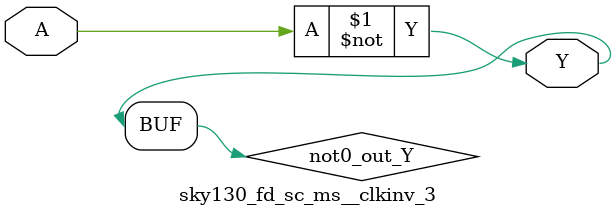
<source format=v>
module sky130_fd_sc_ms__clkinv_3 (
    Y,
    A
);
    output Y;
    input  A;
    wire not0_out_Y;
    not not0 (not0_out_Y, A              );
    buf buf0 (Y         , not0_out_Y     );
endmodule
</source>
